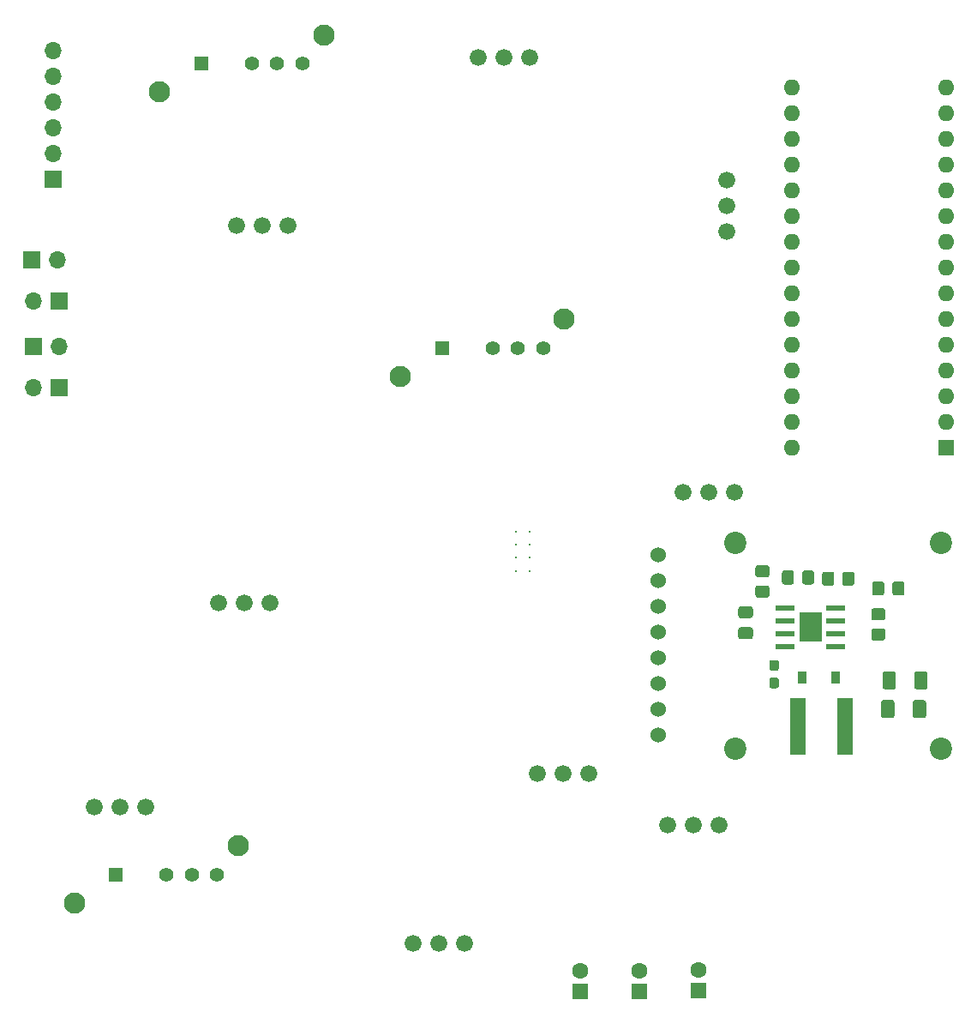
<source format=gbr>
%TF.GenerationSoftware,KiCad,Pcbnew,(5.1.8)-1*%
%TF.CreationDate,2021-05-10T11:21:08+03:00*%
%TF.ProjectId,PWR_SUB_SYS_PCB,5057525f-5355-4425-9f53-59535f504342,rev?*%
%TF.SameCoordinates,Original*%
%TF.FileFunction,Soldermask,Bot*%
%TF.FilePolarity,Negative*%
%FSLAX46Y46*%
G04 Gerber Fmt 4.6, Leading zero omitted, Abs format (unit mm)*
G04 Created by KiCad (PCBNEW (5.1.8)-1) date 2021-05-10 11:21:08*
%MOMM*%
%LPD*%
G01*
G04 APERTURE LIST*
%ADD10R,1.600000X1.600000*%
%ADD11O,1.600000X1.600000*%
%ADD12O,1.700000X1.700000*%
%ADD13R,1.700000X1.700000*%
%ADD14R,0.900000X1.200000*%
%ADD15R,1.600000X5.700000*%
%ADD16C,1.676400*%
%ADD17C,2.100000*%
%ADD18C,1.408000*%
%ADD19R,1.408000X1.408000*%
%ADD20C,0.300000*%
%ADD21R,2.290000X3.002000*%
%ADD22R,1.970000X0.600000*%
%ADD23C,2.200000*%
%ADD24C,1.530000*%
%ADD25C,1.600000*%
G04 APERTURE END LIST*
D10*
%TO.C,A1*%
X230695500Y-99110800D03*
D11*
X215455500Y-66090800D03*
X230695500Y-96570800D03*
X215455500Y-68630800D03*
X230695500Y-94030800D03*
X215455500Y-71170800D03*
X230695500Y-91490800D03*
X215455500Y-73710800D03*
X230695500Y-88950800D03*
X215455500Y-76250800D03*
X230695500Y-86410800D03*
X215455500Y-78790800D03*
X230695500Y-83870800D03*
X215455500Y-81330800D03*
X230695500Y-81330800D03*
X215455500Y-83870800D03*
X230695500Y-78790800D03*
X215455500Y-86410800D03*
X230695500Y-76250800D03*
X215455500Y-88950800D03*
X230695500Y-73710800D03*
X215455500Y-91490800D03*
X230695500Y-71170800D03*
X215455500Y-94030800D03*
X230695500Y-68630800D03*
X215455500Y-96570800D03*
X230695500Y-66090800D03*
X215455500Y-99110800D03*
X230695500Y-63550800D03*
X215455500Y-63550800D03*
%TD*%
D12*
%TO.C,BT1*%
X142925800Y-80606900D03*
D13*
X140385800Y-80606900D03*
%TD*%
D12*
%TO.C,BT2*%
X140525500Y-84607400D03*
D13*
X143065500Y-84607400D03*
%TD*%
%TO.C,BT3*%
X140512800Y-89090500D03*
D12*
X143052800Y-89090500D03*
%TD*%
D13*
%TO.C,BT4*%
X143040100Y-93179900D03*
D12*
X140500100Y-93179900D03*
%TD*%
%TO.C,C17*%
G36*
G01*
X211368700Y-118025000D02*
X210418700Y-118025000D01*
G75*
G02*
X210168700Y-117775000I0J250000D01*
G01*
X210168700Y-117100000D01*
G75*
G02*
X210418700Y-116850000I250000J0D01*
G01*
X211368700Y-116850000D01*
G75*
G02*
X211618700Y-117100000I0J-250000D01*
G01*
X211618700Y-117775000D01*
G75*
G02*
X211368700Y-118025000I-250000J0D01*
G01*
G37*
G36*
G01*
X211368700Y-115950000D02*
X210418700Y-115950000D01*
G75*
G02*
X210168700Y-115700000I0J250000D01*
G01*
X210168700Y-115025000D01*
G75*
G02*
X210418700Y-114775000I250000J0D01*
G01*
X211368700Y-114775000D01*
G75*
G02*
X211618700Y-115025000I0J-250000D01*
G01*
X211618700Y-115700000D01*
G75*
G02*
X211368700Y-115950000I-250000J0D01*
G01*
G37*
%TD*%
%TO.C,C18*%
G36*
G01*
X213475600Y-121801100D02*
X213950600Y-121801100D01*
G75*
G02*
X214188100Y-122038600I0J-237500D01*
G01*
X214188100Y-122638600D01*
G75*
G02*
X213950600Y-122876100I-237500J0D01*
G01*
X213475600Y-122876100D01*
G75*
G02*
X213238100Y-122638600I0J237500D01*
G01*
X213238100Y-122038600D01*
G75*
G02*
X213475600Y-121801100I237500J0D01*
G01*
G37*
G36*
G01*
X213475600Y-120076100D02*
X213950600Y-120076100D01*
G75*
G02*
X214188100Y-120313600I0J-237500D01*
G01*
X214188100Y-120913600D01*
G75*
G02*
X213950600Y-121151100I-237500J0D01*
G01*
X213475600Y-121151100D01*
G75*
G02*
X213238100Y-120913600I0J237500D01*
G01*
X213238100Y-120313600D01*
G75*
G02*
X213475600Y-120076100I237500J0D01*
G01*
G37*
%TD*%
%TO.C,C19*%
G36*
G01*
X224277400Y-125567801D02*
X224277400Y-124267799D01*
G75*
G02*
X224527399Y-124017800I249999J0D01*
G01*
X225352401Y-124017800D01*
G75*
G02*
X225602400Y-124267799I0J-249999D01*
G01*
X225602400Y-125567801D01*
G75*
G02*
X225352401Y-125817800I-249999J0D01*
G01*
X224527399Y-125817800D01*
G75*
G02*
X224277400Y-125567801I0J249999D01*
G01*
G37*
G36*
G01*
X227402400Y-125567801D02*
X227402400Y-124267799D01*
G75*
G02*
X227652399Y-124017800I249999J0D01*
G01*
X228477401Y-124017800D01*
G75*
G02*
X228727400Y-124267799I0J-249999D01*
G01*
X228727400Y-125567801D01*
G75*
G02*
X228477401Y-125817800I-249999J0D01*
G01*
X227652399Y-125817800D01*
G75*
G02*
X227402400Y-125567801I0J249999D01*
G01*
G37*
%TD*%
%TO.C,C20*%
G36*
G01*
X224429000Y-122735701D02*
X224429000Y-121435699D01*
G75*
G02*
X224678999Y-121185700I249999J0D01*
G01*
X225504001Y-121185700D01*
G75*
G02*
X225754000Y-121435699I0J-249999D01*
G01*
X225754000Y-122735701D01*
G75*
G02*
X225504001Y-122985700I-249999J0D01*
G01*
X224678999Y-122985700D01*
G75*
G02*
X224429000Y-122735701I0J249999D01*
G01*
G37*
G36*
G01*
X227554000Y-122735701D02*
X227554000Y-121435699D01*
G75*
G02*
X227803999Y-121185700I249999J0D01*
G01*
X228629001Y-121185700D01*
G75*
G02*
X228879000Y-121435699I0J-249999D01*
G01*
X228879000Y-122735701D01*
G75*
G02*
X228629001Y-122985700I-249999J0D01*
G01*
X227803999Y-122985700D01*
G75*
G02*
X227554000Y-122735701I0J249999D01*
G01*
G37*
%TD*%
D14*
%TO.C,D1*%
X219782700Y-121780900D03*
X216482700Y-121780900D03*
%TD*%
D15*
%TO.C,L3*%
X220724000Y-126619600D03*
X216024000Y-126619600D03*
%TD*%
%TO.C,R8*%
G36*
G01*
X214478600Y-112375701D02*
X214478600Y-111475699D01*
G75*
G02*
X214728599Y-111225700I249999J0D01*
G01*
X215428601Y-111225700D01*
G75*
G02*
X215678600Y-111475699I0J-249999D01*
G01*
X215678600Y-112375701D01*
G75*
G02*
X215428601Y-112625700I-249999J0D01*
G01*
X214728599Y-112625700D01*
G75*
G02*
X214478600Y-112375701I0J249999D01*
G01*
G37*
G36*
G01*
X216478600Y-112375701D02*
X216478600Y-111475699D01*
G75*
G02*
X216728599Y-111225700I249999J0D01*
G01*
X217428601Y-111225700D01*
G75*
G02*
X217678600Y-111475699I0J-249999D01*
G01*
X217678600Y-112375701D01*
G75*
G02*
X217428601Y-112625700I-249999J0D01*
G01*
X216728599Y-112625700D01*
G75*
G02*
X216478600Y-112375701I0J249999D01*
G01*
G37*
%TD*%
%TO.C,R9*%
G36*
G01*
X220447100Y-112502701D02*
X220447100Y-111602699D01*
G75*
G02*
X220697099Y-111352700I249999J0D01*
G01*
X221397101Y-111352700D01*
G75*
G02*
X221647100Y-111602699I0J-249999D01*
G01*
X221647100Y-112502701D01*
G75*
G02*
X221397101Y-112752700I-249999J0D01*
G01*
X220697099Y-112752700D01*
G75*
G02*
X220447100Y-112502701I0J249999D01*
G01*
G37*
G36*
G01*
X218447100Y-112502701D02*
X218447100Y-111602699D01*
G75*
G02*
X218697099Y-111352700I249999J0D01*
G01*
X219397101Y-111352700D01*
G75*
G02*
X219647100Y-111602699I0J-249999D01*
G01*
X219647100Y-112502701D01*
G75*
G02*
X219397101Y-112752700I-249999J0D01*
G01*
X218697099Y-112752700D01*
G75*
G02*
X218447100Y-112502701I0J249999D01*
G01*
G37*
%TD*%
%TO.C,R10*%
G36*
G01*
X212107399Y-112716100D02*
X213007401Y-112716100D01*
G75*
G02*
X213257400Y-112966099I0J-249999D01*
G01*
X213257400Y-113666101D01*
G75*
G02*
X213007401Y-113916100I-249999J0D01*
G01*
X212107399Y-113916100D01*
G75*
G02*
X211857400Y-113666101I0J249999D01*
G01*
X211857400Y-112966099D01*
G75*
G02*
X212107399Y-112716100I249999J0D01*
G01*
G37*
G36*
G01*
X212107399Y-110716100D02*
X213007401Y-110716100D01*
G75*
G02*
X213257400Y-110966099I0J-249999D01*
G01*
X213257400Y-111666101D01*
G75*
G02*
X213007401Y-111916100I-249999J0D01*
G01*
X212107399Y-111916100D01*
G75*
G02*
X211857400Y-111666101I0J249999D01*
G01*
X211857400Y-110966099D01*
G75*
G02*
X212107399Y-110716100I249999J0D01*
G01*
G37*
%TD*%
%TO.C,R11*%
G36*
G01*
X224450101Y-118157900D02*
X223550099Y-118157900D01*
G75*
G02*
X223300100Y-117907901I0J249999D01*
G01*
X223300100Y-117207899D01*
G75*
G02*
X223550099Y-116957900I249999J0D01*
G01*
X224450101Y-116957900D01*
G75*
G02*
X224700100Y-117207899I0J-249999D01*
G01*
X224700100Y-117907901D01*
G75*
G02*
X224450101Y-118157900I-249999J0D01*
G01*
G37*
G36*
G01*
X224450101Y-116157900D02*
X223550099Y-116157900D01*
G75*
G02*
X223300100Y-115907901I0J249999D01*
G01*
X223300100Y-115207899D01*
G75*
G02*
X223550099Y-114957900I249999J0D01*
G01*
X224450101Y-114957900D01*
G75*
G02*
X224700100Y-115207899I0J-249999D01*
G01*
X224700100Y-115907901D01*
G75*
G02*
X224450101Y-116157900I-249999J0D01*
G01*
G37*
%TD*%
%TO.C,R12*%
G36*
G01*
X225400100Y-113467901D02*
X225400100Y-112567899D01*
G75*
G02*
X225650099Y-112317900I249999J0D01*
G01*
X226350101Y-112317900D01*
G75*
G02*
X226600100Y-112567899I0J-249999D01*
G01*
X226600100Y-113467901D01*
G75*
G02*
X226350101Y-113717900I-249999J0D01*
G01*
X225650099Y-113717900D01*
G75*
G02*
X225400100Y-113467901I0J249999D01*
G01*
G37*
G36*
G01*
X223400100Y-113467901D02*
X223400100Y-112567899D01*
G75*
G02*
X223650099Y-112317900I249999J0D01*
G01*
X224350101Y-112317900D01*
G75*
G02*
X224600100Y-112567899I0J-249999D01*
G01*
X224600100Y-113467901D01*
G75*
G02*
X224350101Y-113717900I-249999J0D01*
G01*
X223650099Y-113717900D01*
G75*
G02*
X223400100Y-113467901I0J249999D01*
G01*
G37*
%TD*%
D16*
%TO.C,S2*%
X180606700Y-148043900D03*
X178066700Y-148043900D03*
X183146700Y-148043900D03*
%TD*%
%TO.C,S3*%
X149085300Y-134569200D03*
X151625300Y-134569200D03*
X146545300Y-134569200D03*
%TD*%
%TO.C,S4*%
X209000000Y-77740000D03*
X209000000Y-72660000D03*
X209000000Y-75200000D03*
%TD*%
%TO.C,S5*%
X187025280Y-60576460D03*
X184485280Y-60576460D03*
X189565280Y-60576460D03*
%TD*%
%TO.C,S6*%
X160578800Y-77195680D03*
X165658800Y-77195680D03*
X163118800Y-77195680D03*
%TD*%
%TO.C,S7*%
X192840000Y-131300000D03*
X195380000Y-131300000D03*
X190300000Y-131300000D03*
%TD*%
%TO.C,S8*%
X158860000Y-114400000D03*
X163940000Y-114400000D03*
X161400000Y-114400000D03*
%TD*%
%TO.C,S9*%
X209800000Y-103500000D03*
X204720000Y-103500000D03*
X207260000Y-103500000D03*
%TD*%
D17*
%TO.C,S10*%
X160779400Y-138436700D03*
X144579400Y-144036700D03*
D18*
X158679400Y-141236700D03*
X156179400Y-141236700D03*
X153679400Y-141236700D03*
D19*
X148679400Y-141236700D03*
%TD*%
D17*
%TO.C,S11*%
X192986340Y-86453640D03*
X176786340Y-92053640D03*
D18*
X190886340Y-89253640D03*
X188386340Y-89253640D03*
X185886340Y-89253640D03*
D19*
X180886340Y-89253640D03*
%TD*%
%TO.C,S12*%
X157114720Y-61147700D03*
D18*
X162114720Y-61147700D03*
X164614720Y-61147700D03*
X167114720Y-61147700D03*
D17*
X153014720Y-63947700D03*
X169214720Y-58347700D03*
%TD*%
D20*
%TO.C,U1*%
X189543901Y-111271901D03*
X188243901Y-111271901D03*
X189543901Y-109971901D03*
X188243901Y-109971901D03*
X189543901Y-108671901D03*
X188243901Y-108671901D03*
X189543901Y-107371901D03*
X188243901Y-107371901D03*
%TD*%
D21*
%TO.C,U4*%
X217294500Y-116815200D03*
D22*
X219769500Y-118720200D03*
X219769500Y-117450200D03*
X219769500Y-116180200D03*
X219769500Y-114910200D03*
X214819500Y-114910200D03*
X214819500Y-116180200D03*
X214819500Y-117450200D03*
X214819500Y-118720200D03*
%TD*%
D23*
%TO.C,U5*%
X230225600Y-108546900D03*
X209905600Y-108546900D03*
X209905600Y-128866900D03*
X230225600Y-128866900D03*
D24*
X202285600Y-127469900D03*
X202285600Y-124929900D03*
X202285600Y-119849900D03*
X202285600Y-122389900D03*
X202285600Y-117309900D03*
X202285600Y-114769900D03*
X202285600Y-112229900D03*
X202285600Y-109689900D03*
%TD*%
D13*
%TO.C,J1*%
X142500000Y-72600000D03*
D12*
X142500000Y-70060000D03*
X142500000Y-67520000D03*
X142500000Y-64980000D03*
X142500000Y-62440000D03*
X142500000Y-59900000D03*
%TD*%
D10*
%TO.C,C55*%
X200426320Y-152750520D03*
D25*
X200426320Y-150750520D03*
%TD*%
%TO.C,C56*%
X194523360Y-150801320D03*
D10*
X194523360Y-152801320D03*
%TD*%
%TO.C,C57*%
X206221181Y-152681324D03*
D25*
X206221181Y-150681324D03*
%TD*%
D16*
%TO.C,S13*%
X203217780Y-136398000D03*
X208297780Y-136398000D03*
X205757780Y-136398000D03*
%TD*%
M02*

</source>
